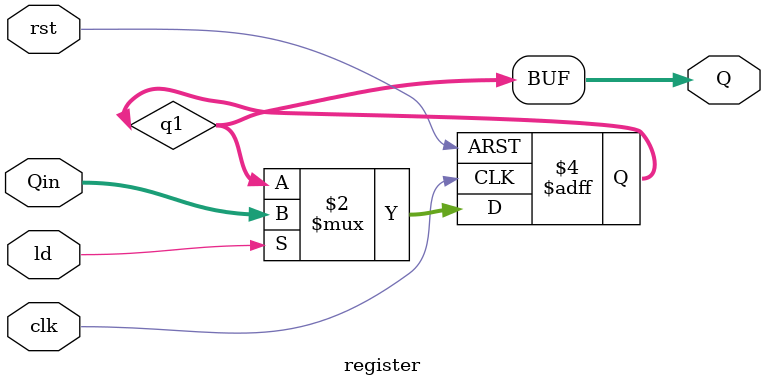
<source format=v>
module register#(parameter N=32)(input clk,ld,rst,input [N-1:0]Qin,output [N-1:0]Q);
	reg [N-1:0]q1;
	always@(posedge clk,posedge rst)begin
		if(rst)q1<=0;
		else 
			if(ld)q1<=Qin;

	end
	assign Q=q1;
endmodule
</source>
